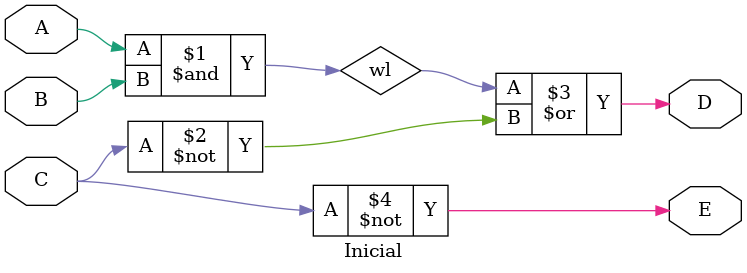
<source format=v>
`timescale 1ns / 1ps
module Inicial(
    input A,
    input B,
    input C,
    output D,
    output E
    );

	wire wl = A&B;
	assign D=wl|~C;
	assign E=~C;
	
endmodule

</source>
